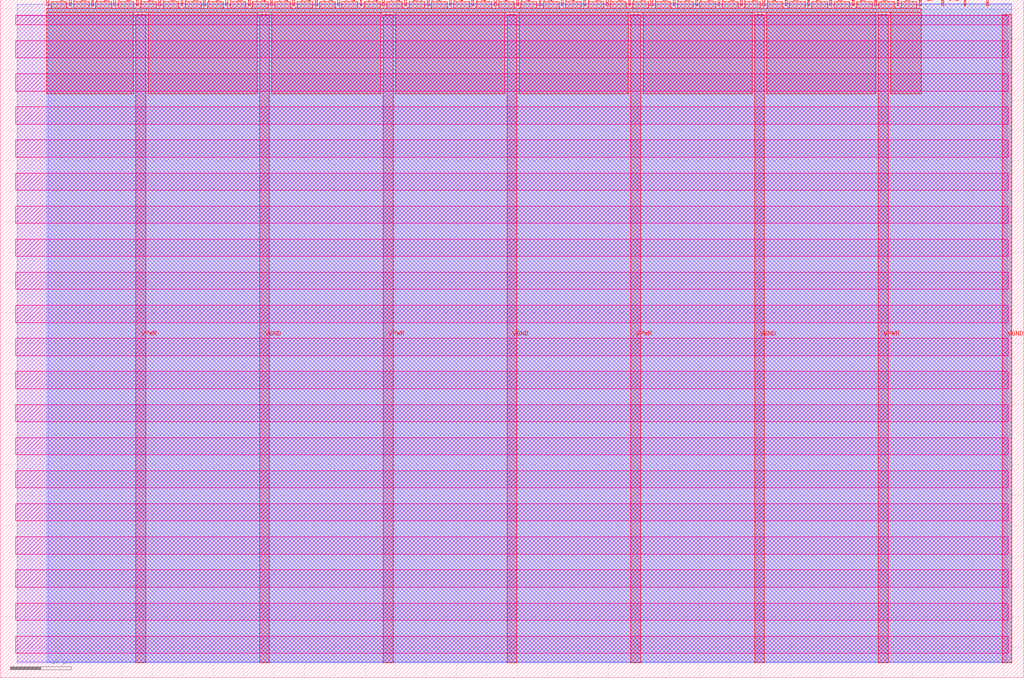
<source format=lef>
VERSION 5.7 ;
  NOWIREEXTENSIONATPIN ON ;
  DIVIDERCHAR "/" ;
  BUSBITCHARS "[]" ;
MACRO tt_um_wokwi_371604537887211521
  CLASS BLOCK ;
  FOREIGN tt_um_wokwi_371604537887211521 ;
  ORIGIN 0.000 0.000 ;
  SIZE 168.360 BY 111.520 ;
  PIN VGND
    DIRECTION INOUT ;
    USE GROUND ;
    PORT
      LAYER met4 ;
        RECT 42.670 2.480 44.270 109.040 ;
    END
    PORT
      LAYER met4 ;
        RECT 83.380 2.480 84.980 109.040 ;
    END
    PORT
      LAYER met4 ;
        RECT 124.090 2.480 125.690 109.040 ;
    END
    PORT
      LAYER met4 ;
        RECT 164.800 2.480 166.400 109.040 ;
    END
  END VGND
  PIN VPWR
    DIRECTION INOUT ;
    USE POWER ;
    PORT
      LAYER met4 ;
        RECT 22.315 2.480 23.915 109.040 ;
    END
    PORT
      LAYER met4 ;
        RECT 63.025 2.480 64.625 109.040 ;
    END
    PORT
      LAYER met4 ;
        RECT 103.735 2.480 105.335 109.040 ;
    END
    PORT
      LAYER met4 ;
        RECT 144.445 2.480 146.045 109.040 ;
    END
  END VPWR
  PIN clk
    DIRECTION INPUT ;
    USE SIGNAL ;
    PORT
      LAYER met4 ;
        RECT 158.550 110.520 158.850 111.520 ;
    END
  END clk
  PIN ena
    DIRECTION INPUT ;
    USE SIGNAL ;
    PORT
      LAYER met4 ;
        RECT 162.230 110.520 162.530 111.520 ;
    END
  END ena
  PIN rst_n
    DIRECTION INPUT ;
    USE SIGNAL ;
    PORT
      LAYER met4 ;
        RECT 154.870 110.520 155.170 111.520 ;
    END
  END rst_n
  PIN ui_in[0]
    DIRECTION INPUT ;
    USE SIGNAL ;
    ANTENNAGATEAREA 0.196500 ;
    PORT
      LAYER met4 ;
        RECT 151.190 110.520 151.490 111.520 ;
    END
  END ui_in[0]
  PIN ui_in[1]
    DIRECTION INPUT ;
    USE SIGNAL ;
    ANTENNAGATEAREA 0.196500 ;
    PORT
      LAYER met4 ;
        RECT 147.510 110.520 147.810 111.520 ;
    END
  END ui_in[1]
  PIN ui_in[2]
    DIRECTION INPUT ;
    USE SIGNAL ;
    ANTENNAGATEAREA 0.196500 ;
    PORT
      LAYER met4 ;
        RECT 143.830 110.520 144.130 111.520 ;
    END
  END ui_in[2]
  PIN ui_in[3]
    DIRECTION INPUT ;
    USE SIGNAL ;
    ANTENNAGATEAREA 0.196500 ;
    PORT
      LAYER met4 ;
        RECT 140.150 110.520 140.450 111.520 ;
    END
  END ui_in[3]
  PIN ui_in[4]
    DIRECTION INPUT ;
    USE SIGNAL ;
    ANTENNAGATEAREA 0.196500 ;
    PORT
      LAYER met4 ;
        RECT 136.470 110.520 136.770 111.520 ;
    END
  END ui_in[4]
  PIN ui_in[5]
    DIRECTION INPUT ;
    USE SIGNAL ;
    ANTENNAGATEAREA 0.196500 ;
    PORT
      LAYER met4 ;
        RECT 132.790 110.520 133.090 111.520 ;
    END
  END ui_in[5]
  PIN ui_in[6]
    DIRECTION INPUT ;
    USE SIGNAL ;
    ANTENNAGATEAREA 0.196500 ;
    PORT
      LAYER met4 ;
        RECT 129.110 110.520 129.410 111.520 ;
    END
  END ui_in[6]
  PIN ui_in[7]
    DIRECTION INPUT ;
    USE SIGNAL ;
    ANTENNAGATEAREA 0.196500 ;
    PORT
      LAYER met4 ;
        RECT 125.430 110.520 125.730 111.520 ;
    END
  END ui_in[7]
  PIN uio_in[0]
    DIRECTION INPUT ;
    USE SIGNAL ;
    PORT
      LAYER met4 ;
        RECT 121.750 110.520 122.050 111.520 ;
    END
  END uio_in[0]
  PIN uio_in[1]
    DIRECTION INPUT ;
    USE SIGNAL ;
    PORT
      LAYER met4 ;
        RECT 118.070 110.520 118.370 111.520 ;
    END
  END uio_in[1]
  PIN uio_in[2]
    DIRECTION INPUT ;
    USE SIGNAL ;
    PORT
      LAYER met4 ;
        RECT 114.390 110.520 114.690 111.520 ;
    END
  END uio_in[2]
  PIN uio_in[3]
    DIRECTION INPUT ;
    USE SIGNAL ;
    PORT
      LAYER met4 ;
        RECT 110.710 110.520 111.010 111.520 ;
    END
  END uio_in[3]
  PIN uio_in[4]
    DIRECTION INPUT ;
    USE SIGNAL ;
    PORT
      LAYER met4 ;
        RECT 107.030 110.520 107.330 111.520 ;
    END
  END uio_in[4]
  PIN uio_in[5]
    DIRECTION INPUT ;
    USE SIGNAL ;
    PORT
      LAYER met4 ;
        RECT 103.350 110.520 103.650 111.520 ;
    END
  END uio_in[5]
  PIN uio_in[6]
    DIRECTION INPUT ;
    USE SIGNAL ;
    PORT
      LAYER met4 ;
        RECT 99.670 110.520 99.970 111.520 ;
    END
  END uio_in[6]
  PIN uio_in[7]
    DIRECTION INPUT ;
    USE SIGNAL ;
    PORT
      LAYER met4 ;
        RECT 95.990 110.520 96.290 111.520 ;
    END
  END uio_in[7]
  PIN uio_oe[0]
    DIRECTION OUTPUT TRISTATE ;
    USE SIGNAL ;
    PORT
      LAYER met4 ;
        RECT 33.430 110.520 33.730 111.520 ;
    END
  END uio_oe[0]
  PIN uio_oe[1]
    DIRECTION OUTPUT TRISTATE ;
    USE SIGNAL ;
    PORT
      LAYER met4 ;
        RECT 29.750 110.520 30.050 111.520 ;
    END
  END uio_oe[1]
  PIN uio_oe[2]
    DIRECTION OUTPUT TRISTATE ;
    USE SIGNAL ;
    PORT
      LAYER met4 ;
        RECT 26.070 110.520 26.370 111.520 ;
    END
  END uio_oe[2]
  PIN uio_oe[3]
    DIRECTION OUTPUT TRISTATE ;
    USE SIGNAL ;
    PORT
      LAYER met4 ;
        RECT 22.390 110.520 22.690 111.520 ;
    END
  END uio_oe[3]
  PIN uio_oe[4]
    DIRECTION OUTPUT TRISTATE ;
    USE SIGNAL ;
    PORT
      LAYER met4 ;
        RECT 18.710 110.520 19.010 111.520 ;
    END
  END uio_oe[4]
  PIN uio_oe[5]
    DIRECTION OUTPUT TRISTATE ;
    USE SIGNAL ;
    PORT
      LAYER met4 ;
        RECT 15.030 110.520 15.330 111.520 ;
    END
  END uio_oe[5]
  PIN uio_oe[6]
    DIRECTION OUTPUT TRISTATE ;
    USE SIGNAL ;
    PORT
      LAYER met4 ;
        RECT 11.350 110.520 11.650 111.520 ;
    END
  END uio_oe[6]
  PIN uio_oe[7]
    DIRECTION OUTPUT TRISTATE ;
    USE SIGNAL ;
    PORT
      LAYER met4 ;
        RECT 7.670 110.520 7.970 111.520 ;
    END
  END uio_oe[7]
  PIN uio_out[0]
    DIRECTION OUTPUT TRISTATE ;
    USE SIGNAL ;
    PORT
      LAYER met4 ;
        RECT 62.870 110.520 63.170 111.520 ;
    END
  END uio_out[0]
  PIN uio_out[1]
    DIRECTION OUTPUT TRISTATE ;
    USE SIGNAL ;
    PORT
      LAYER met4 ;
        RECT 59.190 110.520 59.490 111.520 ;
    END
  END uio_out[1]
  PIN uio_out[2]
    DIRECTION OUTPUT TRISTATE ;
    USE SIGNAL ;
    PORT
      LAYER met4 ;
        RECT 55.510 110.520 55.810 111.520 ;
    END
  END uio_out[2]
  PIN uio_out[3]
    DIRECTION OUTPUT TRISTATE ;
    USE SIGNAL ;
    PORT
      LAYER met4 ;
        RECT 51.830 110.520 52.130 111.520 ;
    END
  END uio_out[3]
  PIN uio_out[4]
    DIRECTION OUTPUT TRISTATE ;
    USE SIGNAL ;
    PORT
      LAYER met4 ;
        RECT 48.150 110.520 48.450 111.520 ;
    END
  END uio_out[4]
  PIN uio_out[5]
    DIRECTION OUTPUT TRISTATE ;
    USE SIGNAL ;
    PORT
      LAYER met4 ;
        RECT 44.470 110.520 44.770 111.520 ;
    END
  END uio_out[5]
  PIN uio_out[6]
    DIRECTION OUTPUT TRISTATE ;
    USE SIGNAL ;
    PORT
      LAYER met4 ;
        RECT 40.790 110.520 41.090 111.520 ;
    END
  END uio_out[6]
  PIN uio_out[7]
    DIRECTION OUTPUT TRISTATE ;
    USE SIGNAL ;
    PORT
      LAYER met4 ;
        RECT 37.110 110.520 37.410 111.520 ;
    END
  END uio_out[7]
  PIN uo_out[0]
    DIRECTION OUTPUT TRISTATE ;
    USE SIGNAL ;
    ANTENNADIFFAREA 0.445500 ;
    PORT
      LAYER met4 ;
        RECT 92.310 110.520 92.610 111.520 ;
    END
  END uo_out[0]
  PIN uo_out[1]
    DIRECTION OUTPUT TRISTATE ;
    USE SIGNAL ;
    ANTENNADIFFAREA 0.795200 ;
    PORT
      LAYER met4 ;
        RECT 88.630 110.520 88.930 111.520 ;
    END
  END uo_out[1]
  PIN uo_out[2]
    DIRECTION OUTPUT TRISTATE ;
    USE SIGNAL ;
    ANTENNADIFFAREA 0.795200 ;
    PORT
      LAYER met4 ;
        RECT 84.950 110.520 85.250 111.520 ;
    END
  END uo_out[2]
  PIN uo_out[3]
    DIRECTION OUTPUT TRISTATE ;
    USE SIGNAL ;
    ANTENNADIFFAREA 0.795200 ;
    PORT
      LAYER met4 ;
        RECT 81.270 110.520 81.570 111.520 ;
    END
  END uo_out[3]
  PIN uo_out[4]
    DIRECTION OUTPUT TRISTATE ;
    USE SIGNAL ;
    ANTENNADIFFAREA 0.445500 ;
    PORT
      LAYER met4 ;
        RECT 77.590 110.520 77.890 111.520 ;
    END
  END uo_out[4]
  PIN uo_out[5]
    DIRECTION OUTPUT TRISTATE ;
    USE SIGNAL ;
    ANTENNADIFFAREA 0.795200 ;
    PORT
      LAYER met4 ;
        RECT 73.910 110.520 74.210 111.520 ;
    END
  END uo_out[5]
  PIN uo_out[6]
    DIRECTION OUTPUT TRISTATE ;
    USE SIGNAL ;
    ANTENNADIFFAREA 0.445500 ;
    PORT
      LAYER met4 ;
        RECT 70.230 110.520 70.530 111.520 ;
    END
  END uo_out[6]
  PIN uo_out[7]
    DIRECTION OUTPUT TRISTATE ;
    USE SIGNAL ;
    ANTENNADIFFAREA 0.795200 ;
    PORT
      LAYER met4 ;
        RECT 66.550 110.520 66.850 111.520 ;
    END
  END uo_out[7]
  OBS
      LAYER nwell ;
        RECT 2.570 107.385 165.790 108.990 ;
        RECT 2.570 101.945 165.790 104.775 ;
        RECT 2.570 96.505 165.790 99.335 ;
        RECT 2.570 91.065 165.790 93.895 ;
        RECT 2.570 85.625 165.790 88.455 ;
        RECT 2.570 80.185 165.790 83.015 ;
        RECT 2.570 74.745 165.790 77.575 ;
        RECT 2.570 69.305 165.790 72.135 ;
        RECT 2.570 63.865 165.790 66.695 ;
        RECT 2.570 58.425 165.790 61.255 ;
        RECT 2.570 52.985 165.790 55.815 ;
        RECT 2.570 47.545 165.790 50.375 ;
        RECT 2.570 42.105 165.790 44.935 ;
        RECT 2.570 36.665 165.790 39.495 ;
        RECT 2.570 31.225 165.790 34.055 ;
        RECT 2.570 25.785 165.790 28.615 ;
        RECT 2.570 20.345 165.790 23.175 ;
        RECT 2.570 14.905 165.790 17.735 ;
        RECT 2.570 9.465 165.790 12.295 ;
        RECT 2.570 4.025 165.790 6.855 ;
      LAYER li1 ;
        RECT 2.760 2.635 165.600 108.885 ;
      LAYER met1 ;
        RECT 2.760 2.480 166.400 110.800 ;
      LAYER met2 ;
        RECT 7.910 2.535 166.370 110.830 ;
      LAYER met3 ;
        RECT 7.630 2.555 166.390 109.985 ;
      LAYER met4 ;
        RECT 8.370 110.120 10.950 111.170 ;
        RECT 12.050 110.120 14.630 111.170 ;
        RECT 15.730 110.120 18.310 111.170 ;
        RECT 19.410 110.120 21.990 111.170 ;
        RECT 23.090 110.120 25.670 111.170 ;
        RECT 26.770 110.120 29.350 111.170 ;
        RECT 30.450 110.120 33.030 111.170 ;
        RECT 34.130 110.120 36.710 111.170 ;
        RECT 37.810 110.120 40.390 111.170 ;
        RECT 41.490 110.120 44.070 111.170 ;
        RECT 45.170 110.120 47.750 111.170 ;
        RECT 48.850 110.120 51.430 111.170 ;
        RECT 52.530 110.120 55.110 111.170 ;
        RECT 56.210 110.120 58.790 111.170 ;
        RECT 59.890 110.120 62.470 111.170 ;
        RECT 63.570 110.120 66.150 111.170 ;
        RECT 67.250 110.120 69.830 111.170 ;
        RECT 70.930 110.120 73.510 111.170 ;
        RECT 74.610 110.120 77.190 111.170 ;
        RECT 78.290 110.120 80.870 111.170 ;
        RECT 81.970 110.120 84.550 111.170 ;
        RECT 85.650 110.120 88.230 111.170 ;
        RECT 89.330 110.120 91.910 111.170 ;
        RECT 93.010 110.120 95.590 111.170 ;
        RECT 96.690 110.120 99.270 111.170 ;
        RECT 100.370 110.120 102.950 111.170 ;
        RECT 104.050 110.120 106.630 111.170 ;
        RECT 107.730 110.120 110.310 111.170 ;
        RECT 111.410 110.120 113.990 111.170 ;
        RECT 115.090 110.120 117.670 111.170 ;
        RECT 118.770 110.120 121.350 111.170 ;
        RECT 122.450 110.120 125.030 111.170 ;
        RECT 126.130 110.120 128.710 111.170 ;
        RECT 129.810 110.120 132.390 111.170 ;
        RECT 133.490 110.120 136.070 111.170 ;
        RECT 137.170 110.120 139.750 111.170 ;
        RECT 140.850 110.120 143.430 111.170 ;
        RECT 144.530 110.120 147.110 111.170 ;
        RECT 148.210 110.120 150.790 111.170 ;
        RECT 7.655 109.440 151.505 110.120 ;
        RECT 7.655 96.055 21.915 109.440 ;
        RECT 24.315 96.055 42.270 109.440 ;
        RECT 44.670 96.055 62.625 109.440 ;
        RECT 65.025 96.055 82.980 109.440 ;
        RECT 85.380 96.055 103.335 109.440 ;
        RECT 105.735 96.055 123.690 109.440 ;
        RECT 126.090 96.055 144.045 109.440 ;
        RECT 146.445 96.055 151.505 109.440 ;
  END
END tt_um_wokwi_371604537887211521
END LIBRARY


</source>
